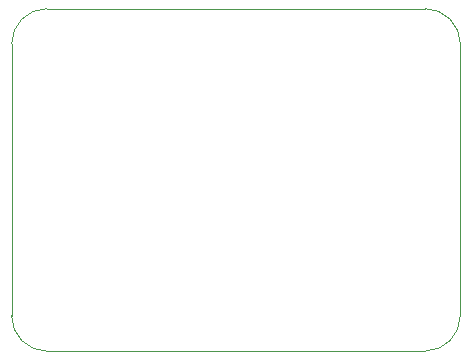
<source format=gbr>
%TF.GenerationSoftware,KiCad,Pcbnew,(5.1.10)-1*%
%TF.CreationDate,2025-08-18T11:18:52+09:00*%
%TF.ProjectId,TA_01,54415f30-312e-46b6-9963-61645f706362,rev?*%
%TF.SameCoordinates,Original*%
%TF.FileFunction,Profile,NP*%
%FSLAX46Y46*%
G04 Gerber Fmt 4.6, Leading zero omitted, Abs format (unit mm)*
G04 Created by KiCad (PCBNEW (5.1.10)-1) date 2025-08-18 11:18:52*
%MOMM*%
%LPD*%
G01*
G04 APERTURE LIST*
%TA.AperFunction,Profile*%
%ADD10C,0.050000*%
%TD*%
G04 APERTURE END LIST*
D10*
X130000000Y-117000000D02*
G75*
G02*
X127000000Y-120000000I-3000000J0D01*
G01*
X95000000Y-120000000D02*
G75*
G02*
X92000000Y-117000000I0J3000000D01*
G01*
X92000000Y-94000000D02*
G75*
G02*
X95000000Y-91000000I3000000J0D01*
G01*
X127000000Y-91000000D02*
G75*
G02*
X130000000Y-94000000I0J-3000000D01*
G01*
X127000000Y-91000000D02*
X95000000Y-91000000D01*
X130000000Y-117000000D02*
X130000000Y-94000000D01*
X95000000Y-120000000D02*
X127000000Y-120000000D01*
X92000000Y-94000000D02*
X92000000Y-117000000D01*
M02*

</source>
